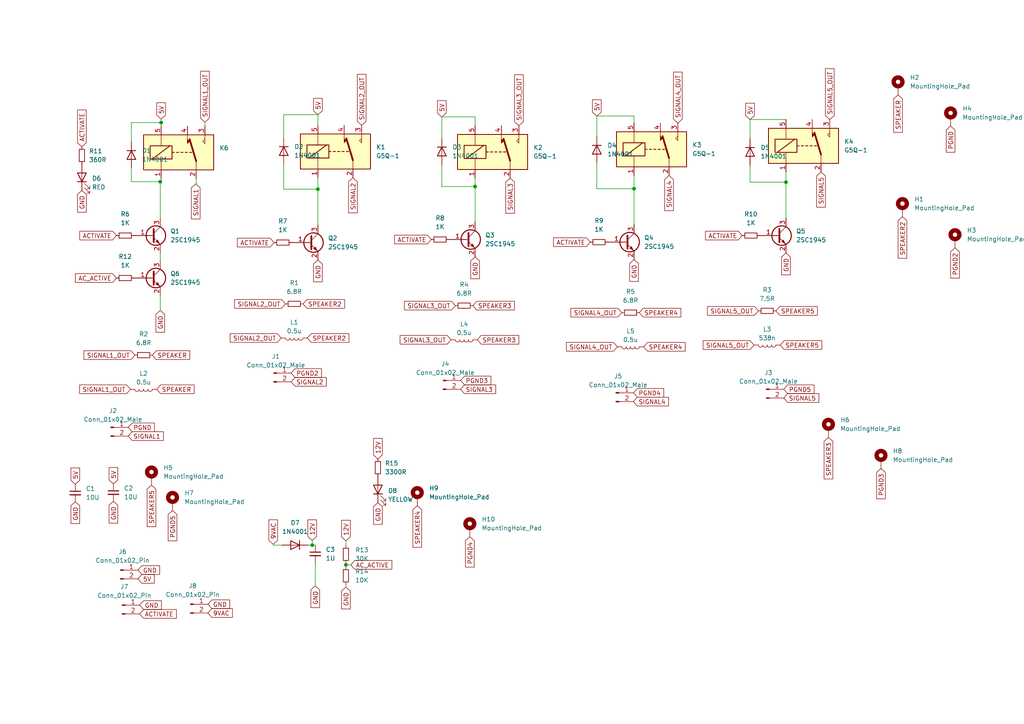
<source format=kicad_sch>
(kicad_sch (version 20230121) (generator eeschema)
  (paper "A4")
  (lib_symbols
    (symbol "Connector:Conn_01x02_Male" (pin_names (offset 1.016) hide)
      (property "Reference" "J" (at 0 2.54 0))
      (property "Value" "Conn_01x02_Male" (at 0 -5.08 0))
      (symbol "Conn_01x02_Male_1_1"
        (polyline (pts (xy 1.27 -2.54) (xy 0.8636 -2.54)) (stroke (width 0.1524)))
        (polyline (pts (xy 1.27 0) (xy 0.8636 0)) (stroke (width 0.1524)))
        (rectangle (start 0.8636 -2.413) (end 0 -2.667) (stroke (width 0.1524)) (fill (type outline)))
        (rectangle (start 0.8636 0.127) (end 0 -0.127) (stroke (width 0.1524)) (fill (type outline)))
        (pin passive line (at 5.08 0 180) (length 3.81) (name "Pin_1") (number "1"))
        (pin passive line (at 5.08 -2.54 180) (length 3.81) (name "Pin_2") (number "2"))
      )
    )
    (symbol "Connector:Conn_01x02_Pin" (pin_names (offset 1.016) hide)
      (property "Reference" "J" (at 0 2.54 0))
      (property "Value" "Conn_01x02_Pin" (at 0 -5.08 0))
      (symbol "Conn_01x02_Pin_1_1"
        (polyline (pts (xy 1.27 -2.54) (xy 0.8636 -2.54)) (stroke (width 0.1524)))
        (polyline (pts (xy 1.27 0) (xy 0.8636 0)) (stroke (width 0.1524)))
        (rectangle (start 0.8636 -2.413) (end 0 -2.667) (stroke (width 0.1524)) (fill (type outline)))
        (rectangle (start 0.8636 0.127) (end 0 -0.127) (stroke (width 0.1524)) (fill (type outline)))
        (pin passive line (at 5.08 0 180) (length 3.81) (name "Pin_1") (number "1"))
        (pin passive line (at 5.08 -2.54 180) (length 3.81) (name "Pin_2") (number "2"))
      )
    )
    (symbol "Device:C_Small" (pin_numbers hide) (pin_names (offset 0.254) hide)
      (property "Reference" "C" (at 0.254 1.778 0))
      (property "Value" "C_Small" (at 0.254 -2.032 0))
      (symbol "C_Small_0_1"
        (polyline (pts (xy -1.524 -0.508) (xy 1.524 -0.508)) (stroke (width 0.3302)))
        (polyline (pts (xy -1.524 0.508) (xy 1.524 0.508)) (stroke (width 0.3048)))
      )
      (symbol "C_Small_1_1"
        (pin passive line (at 0 2.54 270) (length 2.032) (name "~") (number "1"))
        (pin passive line (at 0 -2.54 90) (length 2.032) (name "~") (number "2"))
      )
    )
    (symbol "Device:L" (pin_numbers hide) (pin_names (offset 1.016) hide)
      (property "Reference" "L" (at -1.27 0 90))
      (property "Value" "L" (at 1.905 0 90))
      (symbol "L_0_1"
        (arc (start 0 -2.54) (mid 0.6323 -1.905) (end 0 -1.27))
        (arc (start 0 -1.27) (mid 0.6323 -0.635) (end 0 0))
        (arc (start 0 0) (mid 0.6323 0.635) (end 0 1.27))
        (arc (start 0 1.27) (mid 0.6323 1.905) (end 0 2.54))
      )
      (symbol "L_1_1"
        (pin passive line (at 0 3.81 270) (length 1.27) (name "1") (number "1"))
        (pin passive line (at 0 -3.81 90) (length 1.27) (name "2") (number "2"))
      )
    )
    (symbol "Device:LED" (pin_numbers hide) (pin_names (offset 1.016) hide)
      (property "Reference" "D" (at 0 2.54 0))
      (property "Value" "LED" (at 0 -2.54 0))
      (symbol "LED_0_1"
        (polyline (pts (xy -1.27 -1.27) (xy -1.27 1.27)) (stroke (width 0.254)))
        (polyline (pts (xy -1.27 0) (xy 1.27 0)))
        (polyline (pts (xy 1.27 -1.27) (xy 1.27 1.27) (xy -1.27 0) (xy 1.27 -1.27)) (stroke (width 0.254)))
        (polyline (pts (xy -3.048 -0.762) (xy -4.572 -2.286) (xy -3.81 -2.286) (xy -4.572 -2.286) (xy -4.572 -1.524)))
        (polyline (pts (xy -1.778 -0.762) (xy -3.302 -2.286) (xy -2.54 -2.286) (xy -3.302 -2.286) (xy -3.302 -1.524)))
      )
      (symbol "LED_1_1"
        (pin passive line (at -3.81 0 0) (length 2.54) (name "K") (number "1"))
        (pin passive line (at 3.81 0 180) (length 2.54) (name "A") (number "2"))
      )
    )
    (symbol "Device:R_Small" (pin_numbers hide) (pin_names (offset 0.254) hide)
      (property "Reference" "R" (at 0.762 0.508 0))
      (property "Value" "R_Small" (at 0.762 -1.016 0))
      (symbol "R_Small_0_1"
        (rectangle (start -0.762 1.778) (end 0.762 -1.778) (stroke (width 0.2032)))
      )
      (symbol "R_Small_1_1"
        (pin passive line (at 0 2.54 270) (length 0.762) (name "~") (number "1"))
        (pin passive line (at 0 -2.54 90) (length 0.762) (name "~") (number "2"))
      )
    )
    (symbol "Diode:1N4001" (pin_numbers hide) (pin_names hide)
      (property "Reference" "D" (at 0 2.54 0))
      (property "Value" "1N4001" (at 0 -2.54 0))
      (symbol "1N4001_0_1"
        (polyline (pts (xy -1.27 1.27) (xy -1.27 -1.27)) (stroke (width 0.254)))
        (polyline (pts (xy 1.27 0) (xy -1.27 0)))
        (polyline (pts (xy 1.27 1.27) (xy 1.27 -1.27) (xy -1.27 0) (xy 1.27 1.27)) (stroke (width 0.254)))
      )
      (symbol "1N4001_1_1"
        (pin passive line (at -3.81 0 0) (length 2.54) (name "K") (number "1"))
        (pin passive line (at 3.81 0 180) (length 2.54) (name "A") (number "2"))
      )
    )
    (symbol "Mechanical:MountingHole_Pad" (pin_numbers hide) (pin_names (offset 1.016) hide)
      (property "Reference" "H" (at 0 6.35 0))
      (property "Value" "MountingHole_Pad" (at 0 4.445 0))
      (symbol "MountingHole_Pad_0_1"
        (circle (center 0 1.27) (radius 1.27) (stroke (width 1.27)))
      )
      (symbol "MountingHole_Pad_1_1"
        (pin input line (at 0 -2.54 90) (length 2.54) (name "1") (number "1"))
      )
    )
    (symbol "Relay:G5Q-1"
      (property "Reference" "K" (at 11.43 3.81 0))
      (property "Value" "G5Q-1" (at 11.43 1.27 0))
      (symbol "G5Q-1_0_0"
        (polyline (pts (xy 7.62 5.08) (xy 7.62 2.54) (xy 6.985 3.175) (xy 7.62 3.81)))
      )
      (symbol "G5Q-1_0_1"
        (rectangle (start -10.16 5.08) (end 10.16 -5.08) (stroke (width 0.254)) (fill (type background)))
        (rectangle (start -8.255 1.905) (end -1.905 -1.905) (stroke (width 0.254)))
        (polyline (pts (xy -7.62 -1.905) (xy -2.54 1.905)) (stroke (width 0.254)))
        (polyline (pts (xy -5.08 -5.08) (xy -5.08 -1.905)))
        (polyline (pts (xy -5.08 5.08) (xy -5.08 1.905)))
        (polyline (pts (xy -1.905 0) (xy -1.27 0)) (stroke (width 0.254)))
        (polyline (pts (xy -0.635 0) (xy 0 0)) (stroke (width 0.254)))
        (polyline (pts (xy 0.635 0) (xy 1.27 0)) (stroke (width 0.254)))
        (polyline (pts (xy 1.905 0) (xy 2.54 0)) (stroke (width 0.254)))
        (polyline (pts (xy 3.175 0) (xy 3.81 0)) (stroke (width 0.254)))
        (polyline (pts (xy 5.08 -2.54) (xy 3.175 3.81)) (stroke (width 0.508)))
        (polyline (pts (xy 5.08 -2.54) (xy 5.08 -5.08)))
        (polyline (pts (xy 2.54 5.08) (xy 2.54 2.54) (xy 3.175 3.175) (xy 2.54 3.81)) (fill (type outline)))
      )
      (symbol "G5Q-1_1_1"
        (pin passive line (at -5.08 -7.62 90) (length 2.54) (name "~") (number "1"))
        (pin passive line (at 5.08 -7.62 90) (length 2.54) (name "~") (number "2"))
        (pin passive line (at 7.62 7.62 270) (length 2.54) (name "~") (number "3"))
        (pin passive line (at 2.54 7.62 270) (length 2.54) (name "~") (number "4"))
        (pin passive line (at -5.08 7.62 270) (length 2.54) (name "~") (number "5"))
      )
    )
    (symbol "Transistor_BJT:2SC1945" (pin_names (offset 0) hide)
      (property "Reference" "Q" (at 5.08 1.905 0))
      (property "Value" "2SC1945" (at 5.08 0 0))
      (symbol "2SC1945_0_1"
        (polyline (pts (xy 0 0) (xy 0.635 0)))
        (polyline (pts (xy 2.54 2.54) (xy 0.635 0.635)))
        (polyline (pts (xy 0.635 1.905) (xy 0.635 -1.905) (xy 0.635 -1.905)) (stroke (width 0.508)))
        (polyline (pts (xy 2.286 -2.286) (xy 1.778 -1.778) (xy 1.778 -1.778)))
        (polyline (pts (xy 2.54 -2.54) (xy 0.635 -0.635) (xy 1.27 -1.27)) (fill (type outline)))
        (polyline (pts (xy 1.27 -1.778) (xy 1.778 -1.27) (xy 2.286 -2.286) (xy 1.27 -1.778) (xy 1.27 -1.778)) (fill (type outline)))
        (circle (center 1.27 0) (radius 2.8194) (stroke (width 0.3048)))
      )
      (symbol "2SC1945_1_1"
        (pin input line (at -5.08 0 0) (length 5.08) (name "B") (number "1"))
        (pin passive line (at 2.54 -5.08 90) (length 2.54) (name "E") (number "2"))
        (pin passive line (at 2.54 5.08 270) (length 2.54) (name "C") (number "3"))
      )
    )
  )
  (junction (at 92.202 54.864))
  (junction (at 183.896 54.737))
  (junction (at 227.965 52.832))
  (junction (at 90.551 158.115))
  (junction (at 46.736 35.56))
  (junction (at 137.795 54.102))
  (junction (at 100.33 163.83))
  (junction (at 46.482 52.705))
  (wire (pts (xy 90.551 156.718) (xy 90.551 158.115)))
  (wire (pts (xy 38.1 35.56) (xy 38.1 41.148)))
  (wire (pts (xy 101.727 163.83) (xy 100.33 163.83)))
  (wire (pts (xy 90.551 158.115) (xy 91.44 158.115)))
  (wire (pts (xy 137.795 54.102) (xy 128.143 54.102)))
  (wire (pts (xy 227.965 34.671) (xy 217.551 34.671)))
  (wire (pts (xy 92.202 54.864) (xy 82.296 54.864)))
  (wire (pts (xy 137.795 51.689) (xy 137.795 54.102)))
  (wire (pts (xy 59.436 35.433) (xy 59.436 36.576)))
  (wire (pts (xy 92.202 51.562) (xy 92.202 54.864)))
  (wire (pts (xy 173.101 33.655) (xy 173.101 39.624)))
  (wire (pts (xy 183.896 33.655) (xy 173.101 33.655)))
  (wire (pts (xy 100.33 156.845) (xy 100.33 158.242)))
  (wire (pts (xy 128.143 33.909) (xy 128.143 40.132)))
  (wire (pts (xy 227.965 52.832) (xy 217.551 52.832)))
  (wire (pts (xy 46.736 34.544) (xy 46.736 35.56)))
  (wire (pts (xy 81.788 158.115) (xy 79.248 158.115)))
  (wire (pts (xy 82.296 33.274) (xy 92.202 33.274)))
  (wire (pts (xy 100.33 164.465) (xy 100.33 163.83)))
  (wire (pts (xy 56.769 53.34) (xy 56.896 53.34)))
  (wire (pts (xy 38.1 48.768) (xy 38.1 52.705)))
  (wire (pts (xy 46.482 73.406) (xy 46.482 75.565)))
  (wire (pts (xy 56.896 53.34) (xy 56.896 51.816)))
  (wire (pts (xy 217.551 52.832) (xy 217.551 47.879)))
  (wire (pts (xy 137.795 33.909) (xy 128.143 33.909)))
  (wire (pts (xy 173.101 54.737) (xy 173.101 47.244)))
  (wire (pts (xy 183.896 54.737) (xy 173.101 54.737)))
  (wire (pts (xy 227.965 49.911) (xy 227.965 52.832)))
  (wire (pts (xy 92.202 65.278) (xy 92.202 54.864)))
  (wire (pts (xy 100.33 170.307) (xy 100.33 169.545)))
  (wire (pts (xy 183.896 35.687) (xy 183.896 33.655)))
  (wire (pts (xy 46.736 35.56) (xy 38.1 35.56)))
  (wire (pts (xy 137.795 64.389) (xy 137.795 54.102)))
  (wire (pts (xy 183.896 50.927) (xy 183.896 54.737)))
  (wire (pts (xy 46.482 63.246) (xy 46.482 52.705)))
  (wire (pts (xy 92.202 33.274) (xy 92.202 36.322)))
  (wire (pts (xy 79.248 158.115) (xy 79.248 157.861)))
  (wire (pts (xy 137.795 36.449) (xy 137.795 33.909)))
  (wire (pts (xy 128.143 47.752) (xy 128.143 54.102)))
  (wire (pts (xy 46.736 52.705) (xy 46.736 51.816)))
  (wire (pts (xy 183.896 65.151) (xy 183.896 54.737)))
  (wire (pts (xy 46.736 35.56) (xy 46.736 36.576)))
  (wire (pts (xy 91.44 169.926) (xy 91.44 163.195)))
  (wire (pts (xy 82.296 54.864) (xy 82.296 47.625)))
  (wire (pts (xy 89.408 158.115) (xy 90.551 158.115)))
  (wire (pts (xy 82.296 40.005) (xy 82.296 33.274)))
  (wire (pts (xy 100.33 163.83) (xy 100.33 163.322)))
  (wire (pts (xy 46.482 52.705) (xy 46.736 52.705)))
  (wire (pts (xy 46.482 85.725) (xy 46.482 90.043)))
  (wire (pts (xy 227.965 63.246) (xy 227.965 52.832)))
  (wire (pts (xy 217.551 34.671) (xy 217.551 40.259)))
  (wire (pts (xy 38.1 52.705) (xy 46.482 52.705)))
  (global_label "PGND3" (shape input) (at 255.524 135.89 270) (property "Intersheetrefs" "${INTERSHEET_REFS}" (effects hide)))
  (global_label "GND" (shape input) (at 40.513 175.514 0) (property "Intersheetrefs" "${INTERSHEET_REFS}" (effects hide)))
  (global_label "SPEAKER5" (shape input) (at 226.314 100.076 0) (property "Intersheetrefs" "${INTERSHEET_REFS}" (effects hide)))
  (global_label "9VAC" (shape input) (at 79.248 157.861 90) (property "Intersheetrefs" "${INTERSHEET_REFS}" (effects hide)))
  (global_label "GND" (shape input) (at 137.795 74.549 270) (property "Intersheetrefs" "${INTERSHEET_REFS}" (effects hide)))
  (global_label "SIGNAL1_OUT" (shape input) (at 39.116 102.997 180) (property "Intersheetrefs" "${INTERSHEET_REFS}" (effects hide)))
  (global_label "SPEAKER5" (shape input) (at 43.942 140.716 270) (property "Intersheetrefs" "${INTERSHEET_REFS}" (effects hide)))
  (global_label "GND" (shape input) (at 100.33 170.307 270) (property "Intersheetrefs" "${INTERSHEET_REFS}" (effects hide)))
  (global_label "SIGNAL1_OUT" (shape input) (at 59.436 35.433 90) (property "Intersheetrefs" "${INTERSHEET_REFS}" (effects hide)))
  (global_label "SIGNAL1" (shape input) (at 56.769 53.34 270) (property "Intersheetrefs" "${INTERSHEET_REFS}" (effects hide)))
  (global_label "SIGNAL5_OUT" (shape input) (at 218.694 100.076 180) (property "Intersheetrefs" "${INTERSHEET_REFS}" (effects hide)))
  (global_label "SIGNAL3" (shape input) (at 147.955 51.689 270) (property "Intersheetrefs" "${INTERSHEET_REFS}" (effects hide)))
  (global_label "ACTIVATE" (shape input) (at 215.265 68.326 180) (property "Intersheetrefs" "${INTERSHEET_REFS}" (effects hide)))
  (global_label "SIGNAL4_OUT" (shape input) (at 179.07 100.584 180) (property "Intersheetrefs" "${INTERSHEET_REFS}" (effects hide)))
  (global_label "9VAC" (shape input) (at 60.325 177.8 0) (property "Intersheetrefs" "${INTERSHEET_REFS}" (effects hide)))
  (global_label "12V" (shape input) (at 109.601 133.096 90) (property "Intersheetrefs" "${INTERSHEET_REFS}" (effects hide)))
  (global_label "PGND4" (shape input) (at 183.7254 113.9391 0) (property "Intersheetrefs" "${INTERSHEET_REFS}" (effects hide)))
  (global_label "SPEAKER3" (shape input) (at 137.16 88.646 0) (property "Intersheetrefs" "${INTERSHEET_REFS}" (effects hide)))
  (global_label "GND" (shape input) (at 23.749 55.245 270) (property "Intersheetrefs" "${INTERSHEET_REFS}" (effects hide)))
  (global_label "5V" (shape input) (at 217.551 34.671 90) (property "Intersheetrefs" "${INTERSHEET_REFS}" (effects hide)))
  (global_label "ACTIVATE" (shape input) (at 33.782 68.326 180) (property "Intersheetrefs" "${INTERSHEET_REFS}" (effects hide)))
  (global_label "GND" (shape input) (at 91.44 169.926 270) (property "Intersheetrefs" "${INTERSHEET_REFS}" (effects hide)))
  (global_label "ACTIVATE" (shape input) (at 23.749 42.545 90) (property "Intersheetrefs" "${INTERSHEET_REFS}" (effects hide)))
  (global_label "PGND5" (shape input) (at 227.33 112.903 0) (property "Intersheetrefs" "${INTERSHEET_REFS}" (effects hide)))
  (global_label "ACTIVATE" (shape input) (at 171.196 70.231 180) (property "Intersheetrefs" "${INTERSHEET_REFS}" (effects hide)))
  (global_label "SIGNAL5_OUT" (shape input) (at 219.964 90.17 180) (property "Intersheetrefs" "${INTERSHEET_REFS}" (effects hide)))
  (global_label "SPEAKER" (shape input) (at 260.477 27.559 270) (property "Intersheetrefs" "${INTERSHEET_REFS}" (effects hide)))
  (global_label "PGND" (shape input) (at 275.717 36.576 270) (property "Intersheetrefs" "${INTERSHEET_REFS}" (effects hide)))
  (global_label "ACTIVATE" (shape input) (at 79.502 70.358 180) (property "Intersheetrefs" "${INTERSHEET_REFS}" (effects hide)))
  (global_label "AC_ACTIVE" (shape input) (at 101.727 163.83 0) (property "Intersheetrefs" "${INTERSHEET_REFS}" (effects hide)))
  (global_label "PGND2" (shape input) (at 276.987 71.882 270) (property "Intersheetrefs" "${INTERSHEET_REFS}" (effects hide)))
  (global_label "GND" (shape input) (at 109.601 145.796 270) (property "Intersheetrefs" "${INTERSHEET_REFS}" (effects hide)))
  (global_label "SIGNAL3_OUT" (shape input) (at 130.81 98.552 180) (property "Intersheetrefs" "${INTERSHEET_REFS}" (effects hide)))
  (global_label "SIGNAL2_OUT" (shape input) (at 82.804 88.138 180) (property "Intersheetrefs" "${INTERSHEET_REFS}" (effects hide)))
  (global_label "5V" (shape input) (at 21.844 140.462 90) (property "Intersheetrefs" "${INTERSHEET_REFS}" (effects hide)))
  (global_label "5V" (shape input) (at 173.101 33.655 90) (property "Intersheetrefs" "${INTERSHEET_REFS}" (effects hide)))
  (global_label "GND" (shape input) (at 40.005 165.354 0) (property "Intersheetrefs" "${INTERSHEET_REFS}" (effects hide)))
  (global_label "SIGNAL2" (shape input) (at 84.455 110.744 0) (property "Intersheetrefs" "${INTERSHEET_REFS}" (effects hide)))
  (global_label "GND" (shape input) (at 183.896 75.311 270) (property "Intersheetrefs" "${INTERSHEET_REFS}" (effects hide)))
  (global_label "SIGNAL2" (shape input) (at 102.362 51.562 270) (property "Intersheetrefs" "${INTERSHEET_REFS}" (effects hide)))
  (global_label "ACTIVATE" (shape input) (at 40.513 178.054 0) (property "Intersheetrefs" "${INTERSHEET_REFS}" (effects hide)))
  (global_label "PGND5" (shape input) (at 50.038 148.082 270) (property "Intersheetrefs" "${INTERSHEET_REFS}" (effects hide)))
  (global_label "SIGNAL5" (shape input) (at 227.33 115.443 0) (property "Intersheetrefs" "${INTERSHEET_REFS}" (effects hide)))
  (global_label "SIGNAL1_OUT" (shape input) (at 37.846 112.903 180) (property "Intersheetrefs" "${INTERSHEET_REFS}" (effects hide)))
  (global_label "SIGNAL1" (shape input) (at 37.211 126.492 0) (property "Intersheetrefs" "${INTERSHEET_REFS}" (effects hide)))
  (global_label "SPEAKER" (shape input) (at 45.466 112.903 0) (property "Intersheetrefs" "${INTERSHEET_REFS}" (effects hide)))
  (global_label "GND" (shape input) (at 227.965 73.406 270) (property "Intersheetrefs" "${INTERSHEET_REFS}" (effects hide)))
  (global_label "SPEAKER3" (shape input) (at 240.284 126.873 270) (property "Intersheetrefs" "${INTERSHEET_REFS}" (effects hide)))
  (global_label "SIGNAL3_OUT" (shape input) (at 132.08 88.646 180) (property "Intersheetrefs" "${INTERSHEET_REFS}" (effects hide)))
  (global_label "PGND4" (shape input) (at 136.271 155.702 270) (property "Intersheetrefs" "${INTERSHEET_REFS}" (effects hide)))
  (global_label "SIGNAL3" (shape input) (at 133.604 112.903 0) (property "Intersheetrefs" "${INTERSHEET_REFS}" (effects hide)))
  (global_label "12V" (shape input) (at 100.33 156.845 90) (property "Intersheetrefs" "${INTERSHEET_REFS}" (effects hide)))
  (global_label "SIGNAL4_OUT" (shape input) (at 196.596 35.687 90) (property "Intersheetrefs" "${INTERSHEET_REFS}" (effects hide)))
  (global_label "SPEAKER5" (shape input) (at 225.044 90.17 0) (property "Intersheetrefs" "${INTERSHEET_REFS}" (effects hide)))
  (global_label "PGND" (shape input) (at 37.211 123.952 0) (property "Intersheetrefs" "${INTERSHEET_REFS}" (effects hide)))
  (global_label "12V" (shape input) (at 90.551 156.718 90) (property "Intersheetrefs" "${INTERSHEET_REFS}" (effects hide)))
  (global_label "SPEAKER4" (shape input) (at 186.69 100.584 0) (property "Intersheetrefs" "${INTERSHEET_REFS}" (effects hide)))
  (global_label "GND" (shape input) (at 92.202 75.438 270) (property "Intersheetrefs" "${INTERSHEET_REFS}" (effects hide)))
  (global_label "SIGNAL2_OUT" (shape input) (at 104.902 36.322 90) (property "Intersheetrefs" "${INTERSHEET_REFS}" (effects hide)))
  (global_label "SIGNAL3_OUT" (shape input) (at 150.495 36.449 90) (property "Intersheetrefs" "${INTERSHEET_REFS}" (effects hide)))
  (global_label "SIGNAL2_OUT" (shape input) (at 81.534 98.044 180) (property "Intersheetrefs" "${INTERSHEET_REFS}" (effects hide)))
  (global_label "SIGNAL5" (shape input) (at 238.125 49.911 270) (property "Intersheetrefs" "${INTERSHEET_REFS}" (effects hide)))
  (global_label "SPEAKER2" (shape input) (at 261.747 62.865 270) (property "Intersheetrefs" "${INTERSHEET_REFS}" (effects hide)))
  (global_label "SIGNAL4" (shape input) (at 194.056 50.927 270) (property "Intersheetrefs" "${INTERSHEET_REFS}" (effects hide)))
  (global_label "SPEAKER4" (shape input) (at 185.42 90.678 0) (property "Intersheetrefs" "${INTERSHEET_REFS}" (effects hide)))
  (global_label "PGND2" (shape input) (at 84.455 108.204 0) (property "Intersheetrefs" "${INTERSHEET_REFS}" (effects hide)))
  (global_label "GND" (shape input) (at 32.893 145.415 270) (property "Intersheetrefs" "${INTERSHEET_REFS}" (effects hide)))
  (global_label "SPEAKER4" (shape input) (at 121.031 146.685 270) (property "Intersheetrefs" "${INTERSHEET_REFS}" (effects hide)))
  (global_label "GND" (shape input) (at 46.482 90.043 270) (property "Intersheetrefs" "${INTERSHEET_REFS}" (effects hide)))
  (global_label "SPEAKER" (shape input) (at 44.196 102.997 0) (property "Intersheetrefs" "${INTERSHEET_REFS}" (effects hide)))
  (global_label "GND" (shape input) (at 60.325 175.26 0) (property "Intersheetrefs" "${INTERSHEET_REFS}" (effects hide)))
  (global_label "5V" (shape input) (at 128.143 33.909 90) (property "Intersheetrefs" "${INTERSHEET_REFS}" (effects hide)))
  (global_label "AC_ACTIVE" (shape input) (at 33.782 80.645 180) (property "Intersheetrefs" "${INTERSHEET_REFS}" (effects hide)))
  (global_label "5V" (shape input) (at 40.005 167.894 0) (property "Intersheetrefs" "${INTERSHEET_REFS}" (effects hide)))
  (global_label "GND" (shape input) (at 21.844 145.542 270) (property "Intersheetrefs" "${INTERSHEET_REFS}" (effects hide)))
  (global_label "PGND3" (shape input) (at 133.604 110.363 0) (property "Intersheetrefs" "${INTERSHEET_REFS}" (effects hide)))
  (global_label "SIGNAL5_OUT" (shape input) (at 240.665 34.671 90) (property "Intersheetrefs" "${INTERSHEET_REFS}" (effects hide)))
  (global_label "ACTIVATE" (shape input) (at 125.095 69.469 180) (property "Intersheetrefs" "${INTERSHEET_REFS}" (effects hide)))
  (global_label "SIGNAL4" (shape input) (at 183.7254 116.4791 0) (property "Intersheetrefs" "${INTERSHEET_REFS}" (effects hide)))
  (global_label "SIGNAL4_OUT" (shape input) (at 180.34 90.678 180) (property "Intersheetrefs" "${INTERSHEET_REFS}" (effects hide)))
  (global_label "SPEAKER3" (shape input) (at 138.43 98.552 0) (property "Intersheetrefs" "${INTERSHEET_REFS}" (effects hide)))
  (global_label "SPEAKER2" (shape input) (at 87.884 88.138 0) (property "Intersheetrefs" "${INTERSHEET_REFS}" (effects hide)))
  (global_label "5V" (shape input) (at 46.736 34.544 90) (property "Intersheetrefs" "${INTERSHEET_REFS}" (effects hide)))
  (global_label "5V" (shape input) (at 32.893 140.335 90) (property "Intersheetrefs" "${INTERSHEET_REFS}" (effects hide)))
  (global_label "SPEAKER2" (shape input) (at 89.154 98.044 0) (property "Intersheetrefs" "${INTERSHEET_REFS}" (effects hide)))
  (global_label "5V" (shape input) (at 92.202 33.274 90) (property "Intersheetrefs" "${INTERSHEET_REFS}" (effects hide)))
  (symbol (lib_id "Device:LED") (at 109.601 141.986 90) (unit 1)
    (property "Reference" "D8" (at 112.522 142.3035 90) (effects (justify right)))
    (property "Value" "YELLOW" (at 112.522 144.8435 90) (effects (justify right)))
    (property "Footprint" "LED_SMD:LED_0805_2012Metric_Pad1.15x1.40mm_HandSolder" (effects hide))
  )
  (symbol (lib_id "Device:R_Small") (at 182.88 90.678 90) (unit 1)
    (property "Reference" "R5" (at 182.88 84.582 90))
    (property "Value" "6.8R" (at 182.88 87.122 90))
    (property "Footprint" "Resistor_SMD:R_4020_10251Metric_Pad1.65x5.30mm_HandSolder" (effects hide))
  )
  (symbol (lib_id "Device:R_Small") (at 134.62 88.646 90) (unit 1)
    (property "Reference" "R4" (at 134.62 82.55 90))
    (property "Value" "6.8R" (at 134.62 85.09 90))
    (property "Footprint" "Resistor_SMD:R_4020_10251Metric_Pad1.65x5.30mm_HandSolder" (effects hide))
  )
  (symbol (lib_id "Connector:Conn_01x02_Male") (at 79.375 108.204 0) (unit 1)
    (property "Reference" "J1" (at 80.01 103.378 0))
    (property "Value" "Conn_01x02_Male" (at 80.01 105.918 0))
    (property "Footprint" "Connector_JST:JST_VH_B2P-VH-B_1x02_P3.96mm_Vertical" (effects hide))
  )
  (symbol (lib_id "Mechanical:MountingHole_Pad") (at 276.987 69.342 0) (unit 1)
    (property "Reference" "H3" (at 280.416 66.8019 0) (effects (justify left)))
    (property "Value" "MountingHole_Pad" (at 280.416 69.3419 0) (effects (justify left)))
    (property "Footprint" "MountingHole:MountingHole_4.3mm_M4_DIN965_Pad" (effects hide))
  )
  (symbol (lib_id "Device:L") (at 134.62 98.552 270) (unit 1)
    (property "Reference" "L4" (at 134.62 93.98 90))
    (property "Value" "0.5u" (at 134.62 96.52 90))
    (property "Footprint" "Components:Abracon 4125C Air Core Inductor 538nH" (effects hide))
  )
  (symbol (lib_id "Transistor_BJT:2SC1945") (at 43.942 68.326 0) (unit 1)
    (property "Reference" "Q1" (at 49.403 67.0559 0) (effects (justify left)))
    (property "Value" "2SC1945" (at 49.403 69.5959 0) (effects (justify left)))
    (property "Footprint" "Package_TO_SOT_SMD:SOT-23_Handsoldering" (effects hide))
    (property "Datasheet" "http://rtellason.com/transdata/2sc1945.pdf" (effects hide))
  )
  (symbol (lib_id "Diode:1N4001") (at 85.598 158.115 180) (unit 1)
    (property "Reference" "D7" (at 85.598 151.638 0))
    (property "Value" "1N4001" (at 85.598 154.178 0))
    (property "Footprint" "Diode_SMD:D_SMA" (effects hide))
    (property "Datasheet" "http://www.vishay.com/docs/88503/1n4001.pdf" (effects hide))
  )
  (symbol (lib_id "Transistor_BJT:2SC1945") (at 43.942 80.645 0) (unit 1)
    (property "Reference" "Q6" (at 49.403 79.3749 0) (effects (justify left)))
    (property "Value" "2SC1945" (at 49.403 81.9149 0) (effects (justify left)))
    (property "Footprint" "Package_TO_SOT_SMD:SOT-23_Handsoldering" (effects hide))
    (property "Datasheet" "http://rtellason.com/transdata/2sc1945.pdf" (effects hide))
  )
  (symbol (lib_id "Relay:G5Q-1") (at 142.875 44.069 0) (unit 1)
    (property "Reference" "K2" (at 154.686 42.799 0) (effects (justify left)))
    (property "Value" "G5Q-1" (at 154.686 45.339 0) (effects (justify left)))
    (property "Footprint" "Relay_THT:Relay_SPST_Omron-G5Q-1A" (effects hide))
    (property "Datasheet" "https://www.omron.com/ecb/products/pdf/en-g5q.pdf" (effects hide))
  )
  (symbol (lib_id "Diode:1N4001") (at 128.143 43.942 270) (unit 1)
    (property "Reference" "D3" (at 131.191 42.6719 90) (effects (justify left)))
    (property "Value" "1N4001" (at 131.191 45.2119 90) (effects (justify left)))
    (property "Footprint" "Diode_SMD:D_SMA" (effects hide))
    (property "Datasheet" "http://www.vishay.com/docs/88503/1n4001.pdf" (effects hide))
  )
  (symbol (lib_id "Transistor_BJT:2SC1945") (at 225.425 68.326 0) (unit 1)
    (property "Reference" "Q5" (at 230.886 67.0559 0) (effects (justify left)))
    (property "Value" "2SC1945" (at 230.886 69.5959 0) (effects (justify left)))
    (property "Footprint" "Package_TO_SOT_SMD:SOT-23_Handsoldering" (effects hide))
    (property "Datasheet" "http://rtellason.com/transdata/2sc1945.pdf" (effects hide))
  )
  (symbol (lib_id "Connector:Conn_01x02_Pin") (at 34.925 165.354 0) (unit 1)
    (property "Reference" "J6" (at 35.56 160.02 0))
    (property "Value" "Conn_01x02_Pin" (at 35.56 162.56 0))
    (property "Footprint" "Connector_JST:JST_PH_B2B-PH-K_1x02_P2.00mm_Vertical" (effects hide))
  )
  (symbol (lib_id "Device:R_Small") (at 36.322 80.645 90) (unit 1)
    (property "Reference" "R12" (at 36.322 74.422 90))
    (property "Value" "1K" (at 36.322 76.962 90))
    (property "Footprint" "Resistor_SMD:R_0603_1608Metric" (effects hide))
  )
  (symbol (lib_id "Connector:Conn_01x02_Pin") (at 55.245 175.26 0) (unit 1)
    (property "Reference" "J8" (at 55.88 169.926 0))
    (property "Value" "Conn_01x02_Pin" (at 55.88 172.466 0))
    (property "Footprint" "Connector_JST:JST_PH_B2B-PH-K_1x02_P2.00mm_Vertical" (effects hide))
  )
  (symbol (lib_id "Relay:G5Q-1") (at 233.045 42.291 0) (unit 1)
    (property "Reference" "K4" (at 244.856 41.021 0) (effects (justify left)))
    (property "Value" "G5Q-1" (at 244.856 43.561 0) (effects (justify left)))
    (property "Footprint" "Relay_THT:Relay_SPST_Omron-G5Q-1A" (effects hide))
    (property "Datasheet" "https://www.omron.com/ecb/products/pdf/en-g5q.pdf" (effects hide))
  )
  (symbol (lib_id "Device:C_Small") (at 21.844 143.002 0) (unit 1)
    (property "Reference" "C1" (at 24.892 141.7383 0) (effects (justify left)))
    (property "Value" "10U" (at 24.892 144.2783 0) (effects (justify left)))
    (property "Footprint" "Capacitor_SMD:C_1206_3216Metric_Pad1.33x1.80mm_HandSolder" (effects hide))
  )
  (symbol (lib_id "Mechanical:MountingHole_Pad") (at 121.031 144.145 0) (unit 1)
    (property "Reference" "H9" (at 124.46 141.6049 0) (effects (justify left)))
    (property "Value" "MountingHole_Pad" (at 124.46 144.1449 0) (effects (justify left)))
    (property "Footprint" "MountingHole:MountingHole_4.3mm_M4_DIN965_Pad" (effects hide))
  )
  (symbol (lib_id "Mechanical:MountingHole_Pad") (at 261.747 60.325 0) (unit 1)
    (property "Reference" "H1" (at 265.176 57.7849 0) (effects (justify left)))
    (property "Value" "MountingHole_Pad" (at 265.176 60.3249 0) (effects (justify left)))
    (property "Footprint" "MountingHole:MountingHole_4.3mm_M4_DIN965_Pad" (effects hide))
  )
  (symbol (lib_id "Device:LED") (at 23.749 51.435 90) (unit 1)
    (property "Reference" "D6" (at 26.67 51.7525 90) (effects (justify right)))
    (property "Value" "RED" (at 26.67 54.2925 90) (effects (justify right)))
    (property "Footprint" "LED_SMD:LED_0805_2012Metric_Pad1.15x1.40mm_HandSolder" (effects hide))
  )
  (symbol (lib_id "Device:R_Small") (at 41.656 102.997 90) (unit 1)
    (property "Reference" "R2" (at 41.656 96.901 90))
    (property "Value" "6.8R" (at 41.656 99.441 90))
    (property "Footprint" "Resistor_SMD:R_4020_10251Metric_Pad1.65x5.30mm_HandSolder" (effects hide))
  )
  (symbol (lib_id "Device:R_Small") (at 127.635 69.469 90) (unit 1)
    (property "Reference" "R8" (at 127.635 63.246 90))
    (property "Value" "1K" (at 127.635 65.786 90))
    (property "Footprint" "Resistor_SMD:R_0603_1608Metric" (effects hide))
  )
  (symbol (lib_id "Connector:Conn_01x02_Male") (at 222.25 112.903 0) (unit 1)
    (property "Reference" "J3" (at 222.885 108.077 0))
    (property "Value" "Conn_01x02_Male" (at 222.885 110.617 0))
    (property "Footprint" "Connector_JST:JST_VH_B2P-VH-B_1x02_P3.96mm_Vertical" (effects hide))
  )
  (symbol (lib_id "Relay:G5Q-1") (at 51.816 44.196 0) (unit 1)
    (property "Reference" "K6" (at 63.627 42.926 0) (effects (justify left)))
    (property "Value" "G5Q-1" (effects hide))
    (property "Footprint" "Relay_THT:Relay_SPST_Omron-G5Q-1A" (effects hide))
    (property "Datasheet" "https://www.omron.com/ecb/products/pdf/en-g5q.pdf" (effects hide))
  )
  (symbol (lib_id "Device:C_Small") (at 91.44 160.655 0) (unit 1)
    (property "Reference" "C3" (at 94.488 159.3913 0) (effects (justify left)))
    (property "Value" "1U" (at 94.488 161.9313 0) (effects (justify left)))
    (property "Footprint" "Capacitor_SMD:C_1206_3216Metric_Pad1.33x1.80mm_HandSolder" (effects hide))
  )
  (symbol (lib_id "Transistor_BJT:2SC1945") (at 89.662 70.358 0) (unit 1)
    (property "Reference" "Q2" (at 95.123 69.0879 0) (effects (justify left)))
    (property "Value" "2SC1945" (at 95.123 71.6279 0) (effects (justify left)))
    (property "Footprint" "Package_TO_SOT_SMD:SOT-23_Handsoldering" (effects hide))
    (property "Datasheet" "http://rtellason.com/transdata/2sc1945.pdf" (effects hide))
  )
  (symbol (lib_id "Connector:Conn_01x02_Pin") (at 35.433 175.514 0) (unit 1)
    (property "Reference" "J7" (at 36.068 170.18 0))
    (property "Value" "Conn_01x02_Pin" (at 36.068 172.72 0))
    (property "Footprint" "Connector_JST:JST_PH_B2B-PH-K_1x02_P2.00mm_Vertical" (effects hide))
  )
  (symbol (lib_id "Device:R_Small") (at 109.601 135.636 180) (unit 1)
    (property "Reference" "R15" (at 111.633 134.366 0) (effects (justify right)))
    (property "Value" "3300R" (at 111.633 136.906 0) (effects (justify right)))
    (property "Footprint" "Resistor_SMD:R_0603_1608Metric" (effects hide))
  )
  (symbol (lib_id "Mechanical:MountingHole_Pad") (at 255.524 133.35 0) (unit 1)
    (property "Reference" "H8" (at 258.953 130.8099 0) (effects (justify left)))
    (property "Value" "MountingHole_Pad" (at 258.953 133.3499 0) (effects (justify left)))
    (property "Footprint" "MountingHole:MountingHole_4.3mm_M4_DIN965_Pad" (effects hide))
  )
  (symbol (lib_id "Device:L") (at 41.656 112.903 270) (unit 1)
    (property "Reference" "L2" (at 41.656 108.331 90))
    (property "Value" "0.5u" (at 41.656 110.871 90))
    (property "Footprint" "Components:Abracon 4125C Air Core Inductor 538nH" (effects hide))
  )
  (symbol (lib_id "Device:R_Small") (at 100.33 160.782 180) (unit 1)
    (property "Reference" "R13" (at 102.997 159.512 0) (effects (justify right)))
    (property "Value" "30K" (at 102.997 162.052 0) (effects (justify right)))
    (property "Footprint" "Resistor_SMD:R_0603_1608Metric" (effects hide))
  )
  (symbol (lib_id "Device:R_Small") (at 85.344 88.138 90) (unit 1)
    (property "Reference" "R1" (at 85.344 82.042 90))
    (property "Value" "6.8R" (at 85.344 84.582 90))
    (property "Footprint" "Resistor_SMD:R_4020_10251Metric_Pad1.65x5.30mm_HandSolder" (effects hide))
  )
  (symbol (lib_id "Device:R_Small") (at 222.504 90.17 90) (unit 1)
    (property "Reference" "R3" (at 222.504 84.074 90))
    (property "Value" "7.5R" (at 222.504 86.614 90))
    (property "Footprint" "Resistor_SMD:R_4020_10251Metric_Pad1.65x5.30mm_HandSolder" (effects hide))
  )
  (symbol (lib_id "Diode:1N4001") (at 217.551 44.069 270) (unit 1)
    (property "Reference" "D5" (at 220.599 42.7989 90) (effects (justify left)))
    (property "Value" "1N4001" (at 220.599 45.3389 90) (effects (justify left)))
    (property "Footprint" "Diode_SMD:D_SMA" (effects hide))
    (property "Datasheet" "http://www.vishay.com/docs/88503/1n4001.pdf" (effects hide))
  )
  (symbol (lib_id "Connector:Conn_01x02_Male") (at 32.131 123.952 0) (unit 1)
    (property "Reference" "J2" (at 32.766 119.126 0))
    (property "Value" "Conn_01x02_Male" (at 32.766 121.666 0))
    (property "Footprint" "Connector_JST:JST_VH_B2P-VH-B_1x02_P3.96mm_Vertical" (effects hide))
  )
  (symbol (lib_id "Device:R_Small") (at 36.322 68.326 90) (unit 1)
    (property "Reference" "R6" (at 36.322 62.103 90))
    (property "Value" "1K" (at 36.322 64.643 90))
    (property "Footprint" "Resistor_SMD:R_0603_1608Metric" (effects hide))
  )
  (symbol (lib_id "Device:R_Small") (at 217.805 68.326 90) (unit 1)
    (property "Reference" "R10" (at 217.805 62.103 90))
    (property "Value" "1K" (at 217.805 64.643 90))
    (property "Footprint" "Resistor_SMD:R_0603_1608Metric" (effects hide))
  )
  (symbol (lib_id "Mechanical:MountingHole_Pad") (at 275.717 34.036 0) (unit 1)
    (property "Reference" "H4" (at 279.146 31.4959 0) (effects (justify left)))
    (property "Value" "MountingHole_Pad" (at 279.146 34.0359 0) (effects (justify left)))
    (property "Footprint" "MountingHole:MountingHole_4.3mm_M4_DIN965_Pad" (effects hide))
  )
  (symbol (lib_id "Transistor_BJT:2SC1945") (at 181.356 70.231 0) (unit 1)
    (property "Reference" "Q4" (at 186.817 68.9609 0) (effects (justify left)))
    (property "Value" "2SC1945" (at 186.817 71.5009 0) (effects (justify left)))
    (property "Footprint" "Package_TO_SOT_SMD:SOT-23_Handsoldering" (effects hide))
    (property "Datasheet" "http://rtellason.com/transdata/2sc1945.pdf" (effects hide))
  )
  (symbol (lib_id "Diode:1N4001") (at 82.296 43.815 270) (unit 1)
    (property "Reference" "D2" (at 85.344 42.5449 90) (effects (justify left)))
    (property "Value" "1N4001" (at 85.344 45.0849 90) (effects (justify left)))
    (property "Footprint" "Diode_SMD:D_SMA" (effects hide))
    (property "Datasheet" "http://www.vishay.com/docs/88503/1n4001.pdf" (effects hide))
  )
  (symbol (lib_id "Diode:1N4001") (at 38.1 44.958 270) (unit 1)
    (property "Reference" "D1" (at 41.148 43.6879 90) (effects (justify left)))
    (property "Value" "1N4001" (at 41.148 46.2279 90) (effects (justify left)))
    (property "Footprint" "Diode_SMD:D_SMA" (effects hide))
    (property "Datasheet" "http://www.vishay.com/docs/88503/1n4001.pdf" (effects hide))
  )
  (symbol (lib_id "Device:R_Small") (at 173.736 70.231 90) (unit 1)
    (property "Reference" "R9" (at 173.736 64.008 90))
    (property "Value" "1K" (at 173.736 66.548 90))
    (property "Footprint" "Resistor_SMD:R_0603_1608Metric" (effects hide))
  )
  (symbol (lib_id "Device:R_Small") (at 23.749 45.085 180) (unit 1)
    (property "Reference" "R11" (at 25.781 43.815 0) (effects (justify right)))
    (property "Value" "360R" (at 25.781 46.355 0) (effects (justify right)))
    (property "Footprint" "Resistor_SMD:R_0603_1608Metric" (effects hide))
  )
  (symbol (lib_id "Mechanical:MountingHole_Pad") (at 136.271 153.162 0) (unit 1)
    (property "Reference" "H10" (at 139.7 150.6219 0) (effects (justify left)))
    (property "Value" "MountingHole_Pad" (at 139.7 153.1619 0) (effects (justify left)))
    (property "Footprint" "MountingHole:MountingHole_4.3mm_M4_DIN965_Pad" (effects hide))
  )
  (symbol (lib_id "Transistor_BJT:2SC1945") (at 135.255 69.469 0) (unit 1)
    (property "Reference" "Q3" (at 140.716 68.1989 0) (effects (justify left)))
    (property "Value" "2SC1945" (at 140.716 70.7389 0) (effects (justify left)))
    (property "Footprint" "Package_TO_SOT_SMD:SOT-23_Handsoldering" (effects hide))
    (property "Datasheet" "http://rtellason.com/transdata/2sc1945.pdf" (effects hide))
  )
  (symbol (lib_id "Device:L") (at 85.344 98.044 270) (unit 1)
    (property "Reference" "L1" (at 85.344 93.472 90))
    (property "Value" "0.5u" (at 85.344 96.012 90))
    (property "Footprint" "Components:Abracon 4125C Air Core Inductor 538nH" (effects hide))
  )
  (symbol (lib_id "Connector:Conn_01x02_Male") (at 178.6454 113.9391 0) (unit 1)
    (property "Reference" "J5" (at 179.2804 109.1131 0))
    (property "Value" "Conn_01x02_Male" (at 179.2804 111.6531 0))
    (property "Footprint" "Connector_JST:JST_VH_B2P-VH-B_1x02_P3.96mm_Vertical" (effects hide))
  )
  (symbol (lib_id "Device:C_Small") (at 32.893 142.875 0) (unit 1)
    (property "Reference" "C2" (at 35.941 141.6113 0) (effects (justify left)))
    (property "Value" "10U" (at 35.941 144.1513 0) (effects (justify left)))
    (property "Footprint" "Capacitor_SMD:C_1206_3216Metric_Pad1.33x1.80mm_HandSolder" (effects hide))
  )
  (symbol (lib_id "Mechanical:MountingHole_Pad") (at 50.038 145.542 0) (unit 1)
    (property "Reference" "H7" (at 53.467 143.0019 0) (effects (justify left)))
    (property "Value" "MountingHole_Pad" (at 53.467 145.5419 0) (effects (justify left)))
    (property "Footprint" "MountingHole:MountingHole_4.3mm_M4_DIN965_Pad" (effects hide))
  )
  (symbol (lib_id "Connector:Conn_01x02_Male") (at 128.524 110.363 0) (unit 1)
    (property "Reference" "J4" (at 129.159 105.537 0))
    (property "Value" "Conn_01x02_Male" (at 129.159 108.077 0))
    (property "Footprint" "Connector_JST:JST_VH_B2P-VH-B_1x02_P3.96mm_Vertical" (effects hide))
  )
  (symbol (lib_id "Device:L") (at 222.504 100.076 270) (unit 1)
    (property "Reference" "L3" (at 222.504 95.504 90))
    (property "Value" "538n" (at 222.504 98.044 90))
    (property "Footprint" "Components:Abracon 4125C Air Core Inductor 538nH" (effects hide))
  )
  (symbol (lib_id "Relay:G5Q-1") (at 97.282 43.942 0) (unit 1)
    (property "Reference" "K1" (at 109.093 42.672 0) (effects (justify left)))
    (property "Value" "G5Q-1" (at 109.093 45.212 0) (effects (justify left)))
    (property "Footprint" "Relay_THT:Relay_SPST_Omron-G5Q-1A" (effects hide))
    (property "Datasheet" "https://www.omron.com/ecb/products/pdf/en-g5q.pdf" (effects hide))
  )
  (symbol (lib_id "Device:L") (at 182.88 100.584 270) (unit 1)
    (property "Reference" "L5" (at 182.88 96.012 90))
    (property "Value" "0.5u" (at 182.88 98.552 90))
    (property "Footprint" "Components:Abracon 4125C Air Core Inductor 538nH" (effects hide))
  )
  (symbol (lib_id "Mechanical:MountingHole_Pad") (at 260.477 25.019 0) (unit 1)
    (property "Reference" "H2" (at 263.906 22.4789 0) (effects (justify left)))
    (property "Value" "MountingHole_Pad" (at 263.906 25.0189 0) (effects (justify left)))
    (property "Footprint" "MountingHole:MountingHole_4.3mm_M4_DIN965_Pad" (effects hide))
  )
  (symbol (lib_id "Mechanical:MountingHole_Pad") (at 43.942 138.176 0) (unit 1)
    (property "Reference" "H5" (at 47.371 135.6359 0) (effects (justify left)))
    (property "Value" "MountingHole_Pad" (at 47.371 138.1759 0) (effects (justify left)))
    (property "Footprint" "MountingHole:MountingHole_4.3mm_M4_DIN965_Pad" (effects hide))
  )
  (symbol (lib_id "Device:R_Small") (at 100.33 167.005 180) (unit 1)
    (property "Reference" "R14" (at 102.997 165.735 0) (effects (justify right)))
    (property "Value" "10K" (at 102.997 168.275 0) (effects (justify right)))
    (property "Footprint" "Resistor_SMD:R_0603_1608Metric" (effects hide))
  )
  (symbol (lib_id "Relay:G5Q-1") (at 188.976 43.307 0) (unit 1)
    (property "Reference" "K3" (at 200.787 42.037 0) (effects (justify left)))
    (property "Value" "G5Q-1" (at 200.787 44.577 0) (effects (justify left)))
    (property "Footprint" "Relay_THT:Relay_SPST_Omron-G5Q-1A" (effects hide))
    (property "Datasheet" "https://www.omron.com/ecb/products/pdf/en-g5q.pdf" (effects hide))
  )
  (symbol (lib_id "Mechanical:MountingHole_Pad") (at 240.284 124.333 0) (unit 1)
    (property "Reference" "H6" (at 243.713 121.7929 0) (effects (justify left)))
    (property "Value" "MountingHole_Pad" (at 243.713 124.3329 0) (effects (justify left)))
    (property "Footprint" "MountingHole:MountingHole_4.3mm_M4_DIN965_Pad" (effects hide))
  )
  (symbol (lib_id "Device:R_Small") (at 82.042 70.358 90) (unit 1)
    (property "Reference" "R7" (at 82.042 64.135 90))
    (property "Value" "1K" (at 82.042 66.675 90))
    (property "Footprint" "Resistor_SMD:R_0603_1608Metric" (effects hide))
  )
  (symbol (lib_id "Diode:1N4001") (at 173.101 43.434 270) (unit 1)
    (property "Reference" "D4" (at 176.149 42.1639 90) (effects (justify left)))
    (property "Value" "1N4001" (at 176.149 44.7039 90) (effects (justify left)))
    (property "Footprint" "Diode_SMD:D_SMA" (effects hide))
    (property "Datasheet" "http://www.vishay.com/docs/88503/1n4001.pdf" (effects hide))
  )
)
</source>
